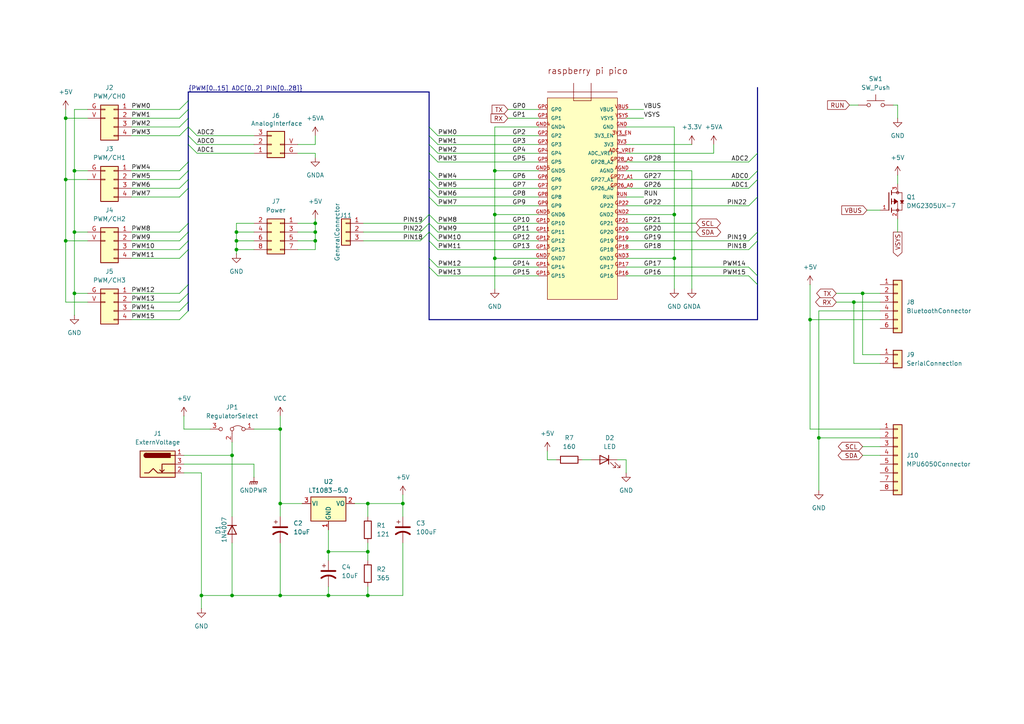
<source format=kicad_sch>
(kicad_sch (version 20231120) (generator "eeschema") (generator_version "8.0")
  (paper "A4")
  (title_block (date "mar. 31 mars 2015"))
  (lib_symbols
    (symbol "Connector:Barrel_Jack_Switch" (pin_names hide)
      (property "Reference" "J" (at 0 5.334 0))
      (property "Value" "Barrel_Jack_Switch" (at 0 -5.08 0))
      (symbol "Barrel_Jack_Switch_1_1"
        (pin passive line (at 7.62 2.54 180) (length 2.54) (name "~") (number "1"))
        (pin passive line (at 7.62 -2.54 180) (length 2.54) (name "~") (number "2"))
        (pin passive line (at 7.62 0 180) (length 2.54) (name "~") (number "3"))
      )
    )
    (symbol "Connector_Generic:Conn_01x02" (pin_names (offset 1.016) hide)
      (property "Reference" "J" (at 0 2.54 0))
      (property "Value" "Conn_01x02" (at 0 -5.08 0))
      (symbol "Conn_01x02_1_1"
        (pin passive line (at -5.08 0 0) (length 3.81) (name "Pin_1") (number "1"))
        (pin passive line (at -5.08 -2.54 0) (length 3.81) (name "Pin_2") (number "2"))
      )
    )
    (symbol "Connector_Generic:Conn_01x03" (pin_names (offset 1.016) hide)
      (property "Reference" "J" (at 0 5.08 0))
      (property "Value" "Conn_01x03" (at 0 -5.08 0))
      (symbol "Conn_01x03_1_1"
        (pin passive line (at -5.08 2.54 0) (length 3.81) (name "Pin_1") (number "1"))
        (pin passive line (at -5.08 0 0) (length 3.81) (name "Pin_2") (number "2"))
        (pin passive line (at -5.08 -2.54 0) (length 3.81) (name "Pin_3") (number "3"))
      )
    )
    (symbol "Connector_Generic:Conn_01x06" (pin_names (offset 1.016) hide)
      (property "Reference" "J" (at 0 7.62 0))
      (property "Value" "Conn_01x06" (at 0 -10.16 0))
      (symbol "Conn_01x06_1_1"
        (pin passive line (at -5.08 5.08 0) (length 3.81) (name "Pin_1") (number "1"))
        (pin passive line (at -5.08 2.54 0) (length 3.81) (name "Pin_2") (number "2"))
        (pin passive line (at -5.08 0 0) (length 3.81) (name "Pin_3") (number "3"))
        (pin passive line (at -5.08 -2.54 0) (length 3.81) (name "Pin_4") (number "4"))
        (pin passive line (at -5.08 -5.08 0) (length 3.81) (name "Pin_5") (number "5"))
        (pin passive line (at -5.08 -7.62 0) (length 3.81) (name "Pin_6") (number "6"))
      )
    )
    (symbol "Connector_Generic:Conn_01x08" (pin_names (offset 1.016) hide)
      (property "Reference" "J" (at 0 10.16 0))
      (property "Value" "Conn_01x08" (at 0 -12.7 0))
      (symbol "Conn_01x08_1_1"
        (pin passive line (at -5.08 7.62 0) (length 3.81) (name "Pin_1") (number "1"))
        (pin passive line (at -5.08 5.08 0) (length 3.81) (name "Pin_2") (number "2"))
        (pin passive line (at -5.08 2.54 0) (length 3.81) (name "Pin_3") (number "3"))
        (pin passive line (at -5.08 0 0) (length 3.81) (name "Pin_4") (number "4"))
        (pin passive line (at -5.08 -2.54 0) (length 3.81) (name "Pin_5") (number "5"))
        (pin passive line (at -5.08 -5.08 0) (length 3.81) (name "Pin_6") (number "6"))
        (pin passive line (at -5.08 -7.62 0) (length 3.81) (name "Pin_7") (number "7"))
        (pin passive line (at -5.08 -10.16 0) (length 3.81) (name "Pin_8") (number "8"))
      )
    )
    (symbol "Connector_Generic:Conn_02x04_Odd_Even" (pin_names (offset 1.016) hide)
      (property "Reference" "J" (at 1.27 5.08 0))
      (property "Value" "Conn_02x04_Odd_Even" (at 1.27 -7.62 0))
      (symbol "Conn_02x04_Odd_Even_1_1"
        (pin passive line (at -5.08 2.54 0) (length 3.81) (name "Pin_1") (number "1"))
        (pin passive line (at 7.62 2.54 180) (length 3.81) (name "Pin_2") (number "2"))
        (pin passive line (at -5.08 0 0) (length 3.81) (name "Pin_3") (number "3"))
        (pin passive line (at 7.62 0 180) (length 3.81) (name "Pin_4") (number "4"))
        (pin passive line (at -5.08 -2.54 0) (length 3.81) (name "Pin_5") (number "5"))
        (pin passive line (at 7.62 -2.54 180) (length 3.81) (name "Pin_6") (number "6"))
        (pin passive line (at -5.08 -5.08 0) (length 3.81) (name "Pin_7") (number "7"))
        (pin passive line (at 7.62 -5.08 180) (length 3.81) (name "Pin_8") (number "8"))
      )
    )
    (symbol "Connector_ServoController:Conn_ServoController_3Ch" (pin_names (offset 1.016) hide)
      (property "Reference" "J" (at 1.27 5.08 0))
      (property "Value" "Conn_ServoController_3Ch" (at 2.032 -5.08 0))
      (symbol "Conn_ServoController_3Ch_1_1"
        (pin passive line (at -5.08 2.54 0) (length 3.81) (name "Pin_1") (number "1"))
        (pin passive line (at -5.08 0 0) (length 3.81) (name "Pin_2") (number "2"))
        (pin passive line (at -5.08 -2.54 0) (length 3.81) (name "Pin_3") (number "3"))
        (pin power_out line (at 7.62 2.54 180) (length 3.81) (name "Pin_G") (number "G"))
        (pin power_in line (at 7.62 0 180) (length 3.81) (name "Pin_V") (number "V"))
      )
    )
    (symbol "Connector_ServoController:Conn_ServoController_4Ch" (pin_names (offset 1.016) hide)
      (property "Reference" "J" (at 1.27 5.08 0))
      (property "Value" "Conn_ServoController_4Ch" (at 1.778 -8.128 0))
      (symbol "Conn_ServoController_4Ch_1_1"
        (pin passive line (at -5.08 2.54 0) (length 3.81) (name "Pin_1") (number "1"))
        (pin passive line (at -5.08 0 0) (length 3.81) (name "Pin_2") (number "2"))
        (pin passive line (at -5.08 -2.54 0) (length 3.81) (name "Pin_3") (number "3"))
        (pin passive line (at -5.08 -5.08 0) (length 3.81) (name "Pin_4") (number "4"))
        (pin power_out line (at 7.62 2.54 180) (length 3.81) (name "Pin_G") (number "G"))
        (pin power_in line (at 7.62 0 180) (length 3.81) (name "Pin_V") (number "V"))
      )
    )
    (symbol "DMG2305UX-7:DMG2305UX-7" (pin_names (offset 1.016))
      (property "Reference" "Q" (at -8.89 3.81 0))
      (property "Value" "DMG2305UX-7" (at -8.89 -6.35 0))
      (symbol "DMG2305UX-7_0_0"
        (pin passive line (at -2.54 -2.54 0) (length 2.54) (name "~") (number "1"))
        (pin passive line (at 2.54 -5.08 90) (length 2.54) (name "~") (number "2"))
        (pin passive line (at 2.54 5.08 270) (length 2.54) (name "~") (number "3"))
      )
    )
    (symbol "Device:C_Polarized_US" (pin_numbers hide) (pin_names (offset 0.254) hide)
      (property "Reference" "C" (at 0.635 2.54 0))
      (property "Value" "C_Polarized_US" (at 0.635 -2.54 0))
      (symbol "C_Polarized_US_1_1"
        (pin passive line (at 0 3.81 270) (length 2.794) (name "~") (number "1"))
        (pin passive line (at 0 -3.81 90) (length 3.302) (name "~") (number "2"))
      )
    )
    (symbol "Device:D" (pin_numbers hide) (pin_names (offset 1.016) hide)
      (property "Reference" "D" (at 0 2.54 0))
      (property "Value" "D" (at 0 -2.54 0))
      (symbol "D_1_1"
        (pin passive line (at -3.81 0 0) (length 2.54) (name "K") (number "1"))
        (pin passive line (at 3.81 0 180) (length 2.54) (name "A") (number "2"))
      )
    )
    (symbol "Device:LED" (pin_numbers hide) (pin_names (offset 1.016) hide)
      (property "Reference" "D" (at 0 2.54 0))
      (property "Value" "LED" (at 0 -2.54 0))
      (symbol "LED_1_1"
        (pin passive line (at -3.81 0 0) (length 2.54) (name "K") (number "1"))
        (pin passive line (at 3.81 0 180) (length 2.54) (name "A") (number "2"))
      )
    )
    (symbol "Device:R" (pin_numbers hide) (pin_names (offset 0))
      (property "Reference" "R" (at 2.032 0 90))
      (property "Value" "R" (at 0 0 90))
      (symbol "R_1_1"
        (pin passive line (at 0 3.81 270) (length 1.27) (name "~") (number "1"))
        (pin passive line (at 0 -3.81 90) (length 1.27) (name "~") (number "2"))
      )
    )
    (symbol "Jumper:Jumper_3_Bridged12" (pin_names (offset 0) hide) (exclude_from_sim yes) (in_bom no)
      (property "Reference" "JP" (at -2.54 -2.54 0))
      (property "Value" "Jumper_3_Bridged12" (at 0 2.794 0))
      (symbol "Jumper_3_Bridged12_1_1"
        (pin passive line (at -6.35 0 0) (length 2.54) (name "A") (number "1"))
        (pin passive line (at 0 -3.81 90) (length 2.54) (name "C") (number "2"))
        (pin passive line (at 6.35 0 180) (length 2.54) (name "B") (number "3"))
      )
    )
    (symbol "RASPBERRY_PI_PICO:RASPBERRY_PI_PICO" (pin_names (offset 1.016))
      (property "Reference" "U" (at 0 0 0))
      (property "Value" "RASPBERRY_PI_PICO" (at 0 0 0))
      (symbol "RASPBERRY_PI_PICO_0_0"
        (text "raspberry pi pico" (at -7.62 30.48 0) (effects (font (size 1.778 1.778)) (justify left bottom)))
        (pin bidirectional line (at 15.24 10.16 180) (length 2.54) (name "3V3") (number "3V3"))
        (pin bidirectional line (at 15.24 12.7 180) (length 2.54) (name "3V3_EN") (number "3V3_EN"))
        (pin bidirectional line (at 15.24 7.62 180) (length 2.54) (name "ADC_VREF") (number "ADC_VREF"))
        (pin bidirectional line (at 15.24 2.54 180) (length 2.54) (name "AGND") (number "AGND"))
        (pin bidirectional line (at 15.24 15.24 180) (length 2.54) (name "GND") (number "GND"))
        (pin bidirectional line (at 15.24 -10.16 180) (length 2.54) (name "GND2") (number "GND2"))
        (pin bidirectional line (at 15.24 -22.86 180) (length 2.54) (name "GND3") (number "GND3"))
        (pin bidirectional line (at -10.16 15.24 0) (length 2.54) (name "GND4") (number "GND4"))
        (pin bidirectional line (at -10.16 2.54 0) (length 2.54) (name "GND5") (number "GND5"))
        (pin bidirectional line (at -10.16 -10.16 0) (length 2.54) (name "GND6") (number "GND6"))
        (pin bidirectional line (at -10.16 -22.86 0) (length 2.54) (name "GND7") (number "GND7"))
        (pin bidirectional line (at -10.16 20.32 0) (length 2.54) (name "GP0") (number "GP0"))
        (pin bidirectional line (at -10.16 17.78 0) (length 2.54) (name "GP1") (number "GP1"))
        (pin bidirectional line (at -10.16 -12.7 0) (length 2.54) (name "GP10") (number "GP10"))
        (pin bidirectional line (at -10.16 -15.24 0) (length 2.54) (name "GP11") (number "GP11"))
        (pin bidirectional line (at -10.16 -17.78 0) (length 2.54) (name "GP12") (number "GP12"))
        (pin bidirectional line (at -10.16 -20.32 0) (length 2.54) (name "GP13") (number "GP13"))
        (pin bidirectional line (at -10.16 -25.4 0) (length 2.54) (name "GP14") (number "GP14"))
        (pin bidirectional line (at -10.16 -27.94 0) (length 2.54) (name "GP15") (number "GP15"))
        (pin bidirectional line (at 15.24 -27.94 180) (length 2.54) (name "GP16") (number "GP16"))
        (pin bidirectional line (at 15.24 -25.4 180) (length 2.54) (name "GP17") (number "GP17"))
        (pin bidirectional line (at 15.24 -20.32 180) (length 2.54) (name "GP18") (number "GP18"))
        (pin bidirectional line (at 15.24 -17.78 180) (length 2.54) (name "GP19") (number "GP19"))
        (pin bidirectional line (at -10.16 12.7 0) (length 2.54) (name "GP2") (number "GP2"))
        (pin bidirectional line (at 15.24 -15.24 180) (length 2.54) (name "GP20") (number "GP20"))
        (pin bidirectional line (at 15.24 -12.7 180) (length 2.54) (name "GP21") (number "GP21"))
        (pin bidirectional line (at 15.24 -7.62 180) (length 2.54) (name "GP22") (number "GP22"))
        (pin bidirectional line (at 15.24 -2.54 180) (length 2.54) (name "GP26_A0") (number "GP26_A0"))
        (pin bidirectional line (at 15.24 0 180) (length 2.54) (name "GP27_A1") (number "GP27_A1"))
        (pin bidirectional line (at 15.24 5.08 180) (length 2.54) (name "GP28_A2") (number "GP28_A2"))
        (pin bidirectional line (at -10.16 10.16 0) (length 2.54) (name "GP3") (number "GP3"))
        (pin bidirectional line (at -10.16 7.62 0) (length 2.54) (name "GP4") (number "GP4"))
        (pin bidirectional line (at -10.16 5.08 0) (length 2.54) (name "GP5") (number "GP5"))
        (pin bidirectional line (at -10.16 0 0) (length 2.54) (name "GP6") (number "GP6"))
        (pin bidirectional line (at -10.16 -2.54 0) (length 2.54) (name "GP7") (number "GP7"))
        (pin bidirectional line (at -10.16 -5.08 0) (length 2.54) (name "GP8") (number "GP8"))
        (pin bidirectional line (at -10.16 -7.62 0) (length 2.54) (name "GP9") (number "GP9"))
        (pin bidirectional line (at 15.24 -5.08 180) (length 2.54) (name "RUN") (number "RUN"))
        (pin bidirectional line (at 15.24 20.32 180) (length 2.54) (name "VBUS") (number "VBUS"))
        (pin bidirectional line (at 15.24 17.78 180) (length 2.54) (name "VSYS") (number "VSYS"))
      )
    )
    (symbol "Regulator_Linear:LT1083-3.3" (pin_names (offset 0.254))
      (property "Reference" "U" (at -3.81 3.175 0))
      (property "Value" "LT1083-3.3" (at 0 3.175 0))
      (symbol "LT1083-3.3_1_1"
        (pin power_in line (at 0 -7.62 90) (length 2.54) (name "GND") (number "1"))
        (pin power_out line (at 7.62 0 180) (length 2.54) (name "VO") (number "2"))
        (pin power_in line (at -7.62 0 0) (length 2.54) (name "VI") (number "3"))
      )
    )
    (symbol "Switch:SW_Push" (pin_numbers hide) (pin_names (offset 1.016) hide)
      (property "Reference" "SW" (at 1.27 2.54 0))
      (property "Value" "SW_Push" (at 0 -1.524 0))
      (symbol "SW_Push_0_1"
        (pin passive line (at -5.08 0 0) (length 2.54) (name "1") (number "1"))
        (pin passive line (at 5.08 0 180) (length 2.54) (name "2") (number "2"))
      )
    )
    (symbol "power:+3.3V" (power) (pin_numbers hide) (pin_names (offset 0) hide)
      (property "Value" "+3.3V" (at 0 3.556 0))
      (symbol "+3.3V_1_1"
        (pin power_in line (at 0 0 90) (length 0) (name "~") (number "1"))
      )
    )
    (symbol "power:+5V" (power) (pin_numbers hide) (pin_names (offset 0) hide)
      (property "Value" "+5V" (at 0 3.556 0))
      (symbol "+5V_1_1"
        (pin power_in line (at 0 0 90) (length 0) (name "~") (number "1"))
      )
    )
    (symbol "power:+5VA" (power) (pin_numbers hide) (pin_names (offset 0) hide)
      (property "Value" "+5VA" (at 0 3.556 0))
      (symbol "+5VA_1_1"
        (pin power_in line (at 0 0 90) (length 0) (name "~") (number "1"))
      )
    )
    (symbol "power:GND" (power) (pin_numbers hide) (pin_names (offset 0) hide)
      (property "Value" "GND" (at 0 -3.81 0))
      (symbol "GND_1_1"
        (pin power_in line (at 0 0 270) (length 0) (name "~") (number "1"))
      )
    )
    (symbol "power:GNDA" (power) (pin_numbers hide) (pin_names (offset 0) hide)
      (property "Value" "GNDA" (at 0 -3.81 0))
      (symbol "GNDA_1_1"
        (pin power_in line (at 0 0 270) (length 0) (name "~") (number "1"))
      )
    )
    (symbol "power:GNDPWR" (power) (pin_numbers hide) (pin_names (offset 0) hide)
      (property "Value" "GNDPWR" (at 0 -3.302 0))
      (symbol "GNDPWR_1_1"
        (pin power_in line (at 0 0 270) (length 0) (name "~") (number "1"))
      )
    )
    (symbol "power:VCC" (power) (pin_numbers hide) (pin_names (offset 0) hide)
      (property "Value" "VCC" (at 0 3.556 0))
      (symbol "VCC_1_1"
        (pin power_in line (at 0 0 90) (length 0) (name "~") (number "1"))
      )
    )
  )
  (bus_alias "BusConnection" (members "SDA" "SCL"))
  (junction (at 106.68 172.72))
  (junction (at 116.84 146.05))
  (junction (at 237.49 127))
  (junction (at 21.59 67.31))
  (junction (at 19.05 69.85))
  (junction (at 143.51 74.93))
  (junction (at 68.58 67.31))
  (junction (at 81.28 146.05))
  (junction (at 21.59 85.09))
  (junction (at 68.58 72.39))
  (junction (at 81.28 172.72))
  (junction (at 58.42 172.72))
  (junction (at 143.51 49.53))
  (junction (at 19.05 34.29))
  (junction (at 95.25 172.72))
  (junction (at 67.31 172.72))
  (junction (at 247.65 87.63))
  (junction (at 195.58 74.93))
  (junction (at 81.28 124.46))
  (junction (at 67.31 132.08))
  (junction (at 19.05 52.07))
  (junction (at 195.58 62.23))
  (junction (at 143.51 62.23))
  (junction (at 106.68 160.02))
  (junction (at 250.19 85.09))
  (junction (at 106.68 146.05))
  (junction (at 91.44 69.85))
  (junction (at 91.44 64.77))
  (junction (at 68.58 69.85))
  (junction (at 91.44 67.31))
  (junction (at 21.59 49.53))
  (junction (at 234.95 92.71))
  (junction (at 95.25 160.02))
  (bus_entry (at 124.46 67.31) (size -2.54 2.54))
  (bus_entry (at 124.46 62.23) (size 2.54 2.54))
  (bus_entry (at 54.61 69.85) (size -2.54 2.54))
  (bus_entry (at 54.61 67.31) (size -2.54 2.54))
  (bus_entry (at 124.46 36.83) (size 2.54 2.54))
  (bus_entry (at 124.46 67.31) (size 2.54 2.54))
  (bus_entry (at 219.71 52.07) (size -2.54 2.54))
  (bus_entry (at 124.46 57.15) (size 2.54 2.54))
  (bus_entry (at 54.61 29.21) (size -2.54 2.54))
  (bus_entry (at 219.71 82.55) (size -2.54 -2.54))
  (bus_entry (at 54.61 36.83) (size -2.54 2.54))
  (bus_entry (at 124.46 39.37) (size 2.54 2.54))
  (bus_entry (at 219.71 67.31) (size -2.54 2.54))
  (bus_entry (at 124.46 52.07) (size 2.54 2.54))
  (bus_entry (at 219.71 49.53) (size -2.54 2.54))
  (bus_entry (at 219.71 69.85) (size -2.54 2.54))
  (bus_entry (at 219.71 57.15) (size -2.54 2.54))
  (bus_entry (at 124.46 44.45) (size 2.54 2.54))
  (bus_entry (at 124.46 74.93) (size 2.54 2.54))
  (bus_entry (at 124.46 62.23) (size -2.54 2.54))
  (bus_entry (at 124.46 64.77) (size 2.54 2.54))
  (bus_entry (at 54.61 39.37) (size 2.54 2.54))
  (bus_entry (at 54.61 34.29) (size -2.54 2.54))
  (bus_entry (at 54.61 52.07) (size -2.54 2.54))
  (bus_entry (at 124.46 69.85) (size 2.54 2.54))
  (bus_entry (at 54.61 46.99) (size -2.54 2.54))
  (bus_entry (at 124.46 64.77) (size -2.54 2.54))
  (bus_entry (at 54.61 54.61) (size -2.54 2.54))
  (bus_entry (at 54.61 41.91) (size 2.54 2.54))
  (bus_entry (at 124.46 77.47) (size 2.54 2.54))
  (bus_entry (at 219.71 44.45) (size -2.54 2.54))
  (bus_entry (at 54.61 87.63) (size -2.54 2.54))
  (bus_entry (at 54.61 31.75) (size -2.54 2.54))
  (bus_entry (at 54.61 64.77) (size -2.54 2.54))
  (bus_entry (at 219.71 80.01) (size -2.54 -2.54))
  (bus_entry (at 124.46 54.61) (size 2.54 2.54))
  (bus_entry (at 124.46 49.53) (size 2.54 2.54))
  (bus_entry (at 54.61 82.55) (size -2.54 2.54))
  (bus_entry (at 54.61 49.53) (size -2.54 2.54))
  (bus_entry (at 54.61 72.39) (size -2.54 2.54))
  (bus_entry (at 54.61 36.83) (size 2.54 2.54))
  (bus_entry (at 124.46 41.91) (size 2.54 2.54))
  (bus_entry (at 54.61 90.17) (size -2.54 2.54))
  (bus_entry (at 54.61 85.09) (size -2.54 2.54))
  (wire (pts (xy 38.1 90.17) (xy 52.07 90.17)))
  (wire (pts (xy 143.51 74.93) (xy 156.21 74.93)))
  (wire (pts (xy 158.75 133.35) (xy 158.75 130.81)))
  (wire (pts (xy 81.28 149.86) (xy 81.28 146.05)))
  (bus (pts (xy 54.61 87.63) (xy 54.61 90.17)))
  (wire (pts (xy 181.61 59.69) (xy 217.17 59.69)))
  (wire (pts (xy 143.51 49.53) (xy 143.51 62.23)))
  (wire (pts (xy 25.4 87.63) (xy 19.05 87.63)))
  (wire (pts (xy 181.61 64.77) (xy 201.93 64.77)))
  (wire (pts (xy 53.34 132.08) (xy 67.31 132.08)))
  (wire (pts (xy 181.61 69.85) (xy 217.17 69.85)))
  (wire (pts (xy 21.59 85.09) (xy 21.59 91.44)))
  (wire (pts (xy 73.66 124.46) (xy 81.28 124.46)))
  (wire (pts (xy 81.28 172.72) (xy 95.25 172.72)))
  (wire (pts (xy 57.15 39.37) (xy 73.66 39.37)))
  (wire (pts (xy 181.61 62.23) (xy 195.58 62.23)))
  (bus (pts (xy 54.61 31.75) (xy 54.61 34.29)))
  (wire (pts (xy 25.4 69.85) (xy 19.05 69.85)))
  (wire (pts (xy 21.59 31.75) (xy 21.59 49.53)))
  (wire (pts (xy 147.32 34.29) (xy 156.21 34.29)))
  (wire (pts (xy 106.68 160.02) (xy 106.68 162.56)))
  (wire (pts (xy 234.95 124.46) (xy 255.27 124.46)))
  (wire (pts (xy 242.57 87.63) (xy 247.65 87.63)))
  (bus (pts (xy 219.71 49.53) (xy 219.71 52.07)))
  (wire (pts (xy 58.42 137.16) (xy 58.42 172.72)))
  (wire (pts (xy 91.44 69.85) (xy 91.44 67.31)))
  (wire (pts (xy 247.65 105.41) (xy 247.65 87.63)))
  (bus (pts (xy 219.71 69.85) (xy 219.71 80.01)))
  (wire (pts (xy 91.44 44.45) (xy 91.44 45.72)))
  (bus (pts (xy 219.71 82.55) (xy 219.71 92.71)))
  (wire (pts (xy 255.27 90.17) (xy 237.49 90.17)))
  (wire (pts (xy 127 69.85) (xy 156.21 69.85)))
  (bus (pts (xy 54.61 72.39) (xy 54.61 82.55)))
  (wire (pts (xy 53.34 124.46) (xy 60.96 124.46)))
  (wire (pts (xy 81.28 124.46) (xy 81.28 146.05)))
  (wire (pts (xy 181.61 36.83) (xy 195.58 36.83)))
  (bus (pts (xy 124.46 52.07) (xy 124.46 54.61)))
  (wire (pts (xy 181.61 49.53) (xy 200.66 49.53)))
  (bus (pts (xy 54.61 85.09) (xy 54.61 87.63)))
  (wire (pts (xy 171.45 133.35) (xy 168.91 133.35)))
  (wire (pts (xy 73.66 134.62) (xy 73.66 138.43)))
  (wire (pts (xy 106.68 170.18) (xy 106.68 172.72)))
  (wire (pts (xy 200.66 49.53) (xy 200.66 83.82)))
  (bus (pts (xy 219.71 25.4) (xy 219.71 44.45)))
  (bus (pts (xy 54.61 82.55) (xy 54.61 85.09)))
  (wire (pts (xy 67.31 132.08) (xy 67.31 149.86)))
  (bus (pts (xy 124.46 62.23) (xy 124.46 64.77)))
  (wire (pts (xy 106.68 146.05) (xy 106.68 149.86)))
  (wire (pts (xy 247.65 87.63) (xy 255.27 87.63)))
  (bus (pts (xy 124.46 41.91) (xy 124.46 44.45)))
  (wire (pts (xy 181.61 41.91) (xy 200.66 41.91)))
  (wire (pts (xy 127 72.39) (xy 156.21 72.39)))
  (wire (pts (xy 181.61 67.31) (xy 201.93 67.31)))
  (wire (pts (xy 116.84 146.05) (xy 106.68 146.05)))
  (wire (pts (xy 86.36 69.85) (xy 91.44 69.85)))
  (wire (pts (xy 68.58 67.31) (xy 68.58 69.85)))
  (wire (pts (xy 91.44 41.91) (xy 91.44 39.37)))
  (wire (pts (xy 25.4 85.09) (xy 21.59 85.09)))
  (wire (pts (xy 259.08 30.48) (xy 260.35 30.48)))
  (wire (pts (xy 53.34 137.16) (xy 58.42 137.16)))
  (wire (pts (xy 195.58 62.23) (xy 195.58 74.93)))
  (wire (pts (xy 143.51 62.23) (xy 156.21 62.23)))
  (wire (pts (xy 53.34 124.46) (xy 53.34 120.65)))
  (wire (pts (xy 181.61 44.45) (xy 207.01 44.45)))
  (bus (pts (xy 124.46 69.85) (xy 124.46 74.93)))
  (wire (pts (xy 67.31 172.72) (xy 81.28 172.72)))
  (bus (pts (xy 124.46 74.93) (xy 124.46 77.47)))
  (wire (pts (xy 95.25 160.02) (xy 106.68 160.02)))
  (bus (pts (xy 219.71 80.01) (xy 219.71 82.55)))
  (bus (pts (xy 124.46 44.45) (xy 124.46 49.53)))
  (wire (pts (xy 181.61 52.07) (xy 217.17 52.07)))
  (wire (pts (xy 181.61 133.35) (xy 181.61 137.16)))
  (wire (pts (xy 38.1 49.53) (xy 52.07 49.53)))
  (wire (pts (xy 67.31 157.48) (xy 67.31 172.72)))
  (wire (pts (xy 255.27 92.71) (xy 234.95 92.71)))
  (wire (pts (xy 237.49 90.17) (xy 237.49 127)))
  (bus (pts (xy 124.46 92.71) (xy 219.71 92.71)))
  (wire (pts (xy 38.1 69.85) (xy 52.07 69.85)))
  (wire (pts (xy 181.61 74.93) (xy 195.58 74.93)))
  (wire (pts (xy 38.1 67.31) (xy 52.07 67.31)))
  (bus (pts (xy 54.61 46.99) (xy 54.61 49.53)))
  (bus (pts (xy 124.46 54.61) (xy 124.46 57.15)))
  (wire (pts (xy 181.61 34.29) (xy 186.69 34.29)))
  (wire (pts (xy 25.4 34.29) (xy 19.05 34.29)))
  (bus (pts (xy 54.61 29.21) (xy 54.61 31.75)))
  (wire (pts (xy 81.28 120.65) (xy 81.28 124.46)))
  (wire (pts (xy 19.05 34.29) (xy 19.05 31.75)))
  (wire (pts (xy 260.35 30.48) (xy 260.35 34.29)))
  (wire (pts (xy 242.57 85.09) (xy 250.19 85.09)))
  (wire (pts (xy 195.58 36.83) (xy 195.58 62.23)))
  (wire (pts (xy 246.38 30.48) (xy 248.92 30.48)))
  (wire (pts (xy 237.49 127) (xy 255.27 127)))
  (wire (pts (xy 116.84 143.51) (xy 116.84 146.05)))
  (wire (pts (xy 143.51 36.83) (xy 156.21 36.83)))
  (wire (pts (xy 260.35 50.8) (xy 260.35 53.34)))
  (wire (pts (xy 38.1 52.07) (xy 52.07 52.07)))
  (bus (pts (xy 124.46 67.31) (xy 124.46 69.85)))
  (wire (pts (xy 127 57.15) (xy 156.21 57.15)))
  (wire (pts (xy 73.66 67.31) (xy 68.58 67.31)))
  (wire (pts (xy 105.41 64.77) (xy 121.92 64.77)))
  (wire (pts (xy 91.44 67.31) (xy 91.44 64.77)))
  (wire (pts (xy 38.1 31.75) (xy 52.07 31.75)))
  (wire (pts (xy 181.61 57.15) (xy 186.69 57.15)))
  (wire (pts (xy 143.51 74.93) (xy 143.51 83.82)))
  (wire (pts (xy 58.42 172.72) (xy 67.31 172.72)))
  (wire (pts (xy 181.61 46.99) (xy 217.17 46.99)))
  (wire (pts (xy 250.19 85.09) (xy 255.27 85.09)))
  (wire (pts (xy 38.1 85.09) (xy 52.07 85.09)))
  (bus (pts (xy 54.61 49.53) (xy 54.61 52.07)))
  (wire (pts (xy 181.61 80.01) (xy 217.17 80.01)))
  (wire (pts (xy 38.1 87.63) (xy 52.07 87.63)))
  (wire (pts (xy 58.42 172.72) (xy 58.42 176.53)))
  (wire (pts (xy 91.44 72.39) (xy 91.44 69.85)))
  (wire (pts (xy 127 39.37) (xy 156.21 39.37)))
  (wire (pts (xy 181.61 54.61) (xy 217.17 54.61)))
  (wire (pts (xy 67.31 128.27) (xy 67.31 132.08)))
  (bus (pts (xy 124.46 57.15) (xy 124.46 62.23)))
  (wire (pts (xy 38.1 39.37) (xy 52.07 39.37)))
  (wire (pts (xy 207.01 44.45) (xy 207.01 41.91)))
  (wire (pts (xy 95.25 153.67) (xy 95.25 160.02)))
  (wire (pts (xy 179.07 133.35) (xy 181.61 133.35)))
  (wire (pts (xy 116.84 157.48) (xy 116.84 172.72)))
  (wire (pts (xy 143.51 36.83) (xy 143.51 49.53)))
  (wire (pts (xy 143.51 49.53) (xy 156.21 49.53)))
  (wire (pts (xy 127 77.47) (xy 156.21 77.47)))
  (bus (pts (xy 54.61 67.31) (xy 54.61 69.85)))
  (wire (pts (xy 127 41.91) (xy 156.21 41.91)))
  (wire (pts (xy 25.4 49.53) (xy 21.59 49.53)))
  (wire (pts (xy 73.66 64.77) (xy 68.58 64.77)))
  (bus (pts (xy 124.46 36.83) (xy 124.46 39.37)))
  (wire (pts (xy 237.49 127) (xy 237.49 142.24)))
  (bus (pts (xy 54.61 36.83) (xy 54.61 39.37)))
  (wire (pts (xy 57.15 41.91) (xy 73.66 41.91)))
  (bus (pts (xy 54.61 54.61) (xy 54.61 64.77)))
  (wire (pts (xy 234.95 82.55) (xy 234.95 92.71)))
  (wire (pts (xy 147.32 31.75) (xy 156.21 31.75)))
  (wire (pts (xy 161.29 133.35) (xy 158.75 133.35)))
  (bus (pts (xy 124.46 26.67) (xy 124.46 36.83)))
  (wire (pts (xy 127 52.07) (xy 156.21 52.07)))
  (wire (pts (xy 19.05 69.85) (xy 19.05 52.07)))
  (wire (pts (xy 102.87 146.05) (xy 106.68 146.05)))
  (bus (pts (xy 54.61 26.67) (xy 54.61 29.21)))
  (wire (pts (xy 116.84 172.72) (xy 106.68 172.72)))
  (bus (pts (xy 54.61 52.07) (xy 54.61 54.61)))
  (wire (pts (xy 181.61 77.47) (xy 217.17 77.47)))
  (wire (pts (xy 38.1 34.29) (xy 52.07 34.29)))
  (wire (pts (xy 57.15 44.45) (xy 73.66 44.45)))
  (wire (pts (xy 73.66 72.39) (xy 68.58 72.39)))
  (wire (pts (xy 105.41 69.85) (xy 121.92 69.85)))
  (wire (pts (xy 21.59 49.53) (xy 21.59 67.31)))
  (wire (pts (xy 116.84 149.86) (xy 116.84 146.05)))
  (wire (pts (xy 68.58 64.77) (xy 68.58 67.31)))
  (wire (pts (xy 105.41 67.31) (xy 121.92 67.31)))
  (wire (pts (xy 86.36 44.45) (xy 91.44 44.45)))
  (wire (pts (xy 73.66 69.85) (xy 68.58 69.85)))
  (wire (pts (xy 38.1 92.71) (xy 52.07 92.71)))
  (bus (pts (xy 219.71 67.31) (xy 219.71 69.85)))
  (bus (pts (xy 124.46 49.53) (xy 124.46 52.07)))
  (wire (pts (xy 251.46 60.96) (xy 255.27 60.96)))
  (bus (pts (xy 54.61 26.67) (xy 124.46 26.67)))
  (wire (pts (xy 234.95 92.71) (xy 234.95 124.46)))
  (bus (pts (xy 219.71 57.15) (xy 219.71 67.31)))
  (bus (pts (xy 219.71 44.45) (xy 219.71 49.53)))
  (wire (pts (xy 95.25 170.18) (xy 95.25 172.72)))
  (wire (pts (xy 68.58 72.39) (xy 68.58 73.66)))
  (wire (pts (xy 127 59.69) (xy 156.21 59.69)))
  (bus (pts (xy 54.61 69.85) (xy 54.61 72.39)))
  (wire (pts (xy 127 54.61) (xy 156.21 54.61)))
  (wire (pts (xy 143.51 62.23) (xy 143.51 74.93)))
  (wire (pts (xy 86.36 67.31) (xy 91.44 67.31)))
  (wire (pts (xy 25.4 31.75) (xy 21.59 31.75)))
  (wire (pts (xy 91.44 64.77) (xy 91.44 63.5)))
  (wire (pts (xy 127 46.99) (xy 156.21 46.99)))
  (wire (pts (xy 19.05 52.07) (xy 19.05 34.29)))
  (bus (pts (xy 54.61 39.37) (xy 54.61 41.91)))
  (wire (pts (xy 106.68 157.48) (xy 106.68 160.02)))
  (wire (pts (xy 25.4 52.07) (xy 19.05 52.07)))
  (bus (pts (xy 54.61 64.77) (xy 54.61 67.31)))
  (wire (pts (xy 255.27 105.41) (xy 247.65 105.41)))
  (wire (pts (xy 86.36 64.77) (xy 91.44 64.77)))
  (bus (pts (xy 219.71 52.07) (xy 219.71 57.15)))
  (wire (pts (xy 86.36 41.91) (xy 91.44 41.91)))
  (bus (pts (xy 54.61 34.29) (xy 54.61 36.83)))
  (wire (pts (xy 25.4 67.31) (xy 21.59 67.31)))
  (wire (pts (xy 81.28 146.05) (xy 87.63 146.05)))
  (wire (pts (xy 250.19 129.54) (xy 255.27 129.54)))
  (wire (pts (xy 53.34 134.62) (xy 73.66 134.62)))
  (wire (pts (xy 250.19 102.87) (xy 250.19 85.09)))
  (bus (pts (xy 124.46 64.77) (xy 124.46 67.31)))
  (wire (pts (xy 68.58 69.85) (xy 68.58 72.39)))
  (wire (pts (xy 38.1 36.83) (xy 52.07 36.83)))
  (bus (pts (xy 54.61 41.91) (xy 54.61 46.99)))
  (wire (pts (xy 127 80.01) (xy 156.21 80.01)))
  (wire (pts (xy 181.61 72.39) (xy 217.17 72.39)))
  (wire (pts (xy 127 67.31) (xy 156.21 67.31)))
  (wire (pts (xy 95.25 160.02) (xy 95.25 162.56)))
  (wire (pts (xy 81.28 157.48) (xy 81.28 172.72)))
  (wire (pts (xy 195.58 74.93) (xy 195.58 83.82)))
  (wire (pts (xy 38.1 74.93) (xy 52.07 74.93)))
  (wire (pts (xy 21.59 67.31) (xy 21.59 85.09)))
  (wire (pts (xy 86.36 72.39) (xy 91.44 72.39)))
  (wire (pts (xy 255.27 102.87) (xy 250.19 102.87)))
  (wire (pts (xy 181.61 31.75) (xy 186.69 31.75)))
  (wire (pts (xy 38.1 54.61) (xy 52.07 54.61)))
  (wire (pts (xy 250.19 132.08) (xy 255.27 132.08)))
  (bus (pts (xy 124.46 39.37) (xy 124.46 41.91)))
  (wire (pts (xy 38.1 72.39) (xy 52.07 72.39)))
  (wire (pts (xy 127 44.45) (xy 156.21 44.45)))
  (wire (pts (xy 260.35 63.5) (xy 260.35 67.31)))
  (wire (pts (xy 38.1 57.15) (xy 52.07 57.15)))
  (wire (pts (xy 127 64.77) (xy 156.21 64.77)))
  (wire (pts (xy 19.05 87.63) (xy 19.05 69.85)))
  (bus (pts (xy 124.46 77.47) (xy 124.46 92.71)))
  (wire (pts (xy 95.25 172.72) (xy 106.68 172.72)))
  (label "PWM3" (at 38.1 39.37 0))
  (label "PWM10" (at 38.1 72.39 0))
  (label "ADC0" (at 212.09 52.07 0))
  (label "PWM10" (at 127 69.85 0))
  (label "PWM3" (at 127 46.99 0))
  (label "GP28" (at 186.69 46.99 0))
  (label "PWM12" (at 38.1 85.09 0))
  (label "{PWM[0..15] ADC[0..2] PIN[0..28]}" (at 54.61 26.67 0))
  (label "GP8" (at 148.59 57.15 0))
  (label "GP5" (at 148.59 46.99 0))
  (label "PWM15" (at 209.55 80.01 0))
  (label "GP12" (at 148.59 69.85 0))
  (label "ADC0" (at 57.15 41.91 0))
  (label "PWM4" (at 38.1 49.53 0))
  (label "GP26" (at 186.69 54.61 0))
  (label "GP22" (at 186.69 59.69 0))
  (label "PWM1" (at 38.1 34.29 0))
  (label "GP11" (at 148.59 67.31 0))
  (label "PWM13" (at 38.1 87.63 0))
  (label "GP7" (at 148.59 54.61 0))
  (label "ADC1" (at 212.09 54.61 0))
  (label "VBUS" (at 186.69 31.75 0))
  (label "PWM0" (at 38.1 31.75 0))
  (label "PWM15" (at 38.1 92.71 0))
  (label "PWM12" (at 127 77.47 0))
  (label "GP1" (at 148.59 34.29 0))
  (label "GP10" (at 148.59 64.77 0))
  (label "PIN22" (at 116.84 67.31 0))
  (label "PWM5" (at 38.1 52.07 0))
  (label "GP9" (at 148.59 59.69 0))
  (label "PWM0" (at 127 39.37 0))
  (label "PWM2" (at 38.1 36.83 0))
  (label "PWM7" (at 127 59.69 0))
  (label "GP19" (at 186.69 69.85 0))
  (label "PWM8" (at 38.1 67.31 0))
  (label "PWM8" (at 127 64.77 0))
  (label "VSYS" (at 186.69 34.29 0))
  (label "PWM4" (at 127 52.07 0))
  (label "RUN" (at 186.69 57.15 0))
  (label "GP16" (at 186.69 80.01 0))
  (label "PWM5" (at 127 54.61 0))
  (label "PWM11" (at 127 72.39 0))
  (label "GP27" (at 186.69 52.07 0))
  (label "ADC2" (at 212.09 46.99 0))
  (label "PWM7" (at 38.1 57.15 0))
  (label "PWM14" (at 38.1 90.17 0))
  (label "PWM9" (at 127 67.31 0))
  (label "GP4" (at 148.59 44.45 0))
  (label "PWM11" (at 38.1 74.93 0))
  (label "PIN18" (at 116.84 69.85 0))
  (label "GP17" (at 186.69 77.47 0))
  (label "PWM6" (at 38.1 54.61 0))
  (label "GP0" (at 148.59 31.75 0))
  (label "GP3" (at 148.59 41.91 0))
  (label "GP13" (at 148.59 72.39 0))
  (label "PWM13" (at 127 80.01 0))
  (label "GP21" (at 186.69 64.77 0))
  (label "GP20" (at 186.69 67.31 0))
  (label "PIN19" (at 210.82 69.85 0))
  (label "PWM2" (at 127 44.45 0))
  (label "PWM14" (at 209.55 77.47 0))
  (label "PWM6" (at 127 57.15 0))
  (label "ADC1" (at 57.15 44.45 0))
  (label "GP18" (at 186.69 72.39 0))
  (label "PIN22" (at 210.82 59.69 0))
  (label "GP6" (at 148.59 52.07 0))
  (label "PWM9" (at 38.1 69.85 0))
  (label "PIN18" (at 210.82 72.39 0))
  (label "PWM1" (at 127 41.91 0))
  (label "GP15" (at 148.59 80.01 0))
  (label "ADC2" (at 57.15 39.37 0))
  (label "PIN19" (at 116.84 64.77 0))
  (label "GP2" (at 148.59 39.37 0))
  (label "GP14" (at 148.59 77.47 0))
  (global_label "SDA" (shape bidirectional) (at 201.93 67.31 0) (property "Intersheetrefs" "${INTERSHEET_REFS}" (effects (hide yes))))
  (global_label "TX" (shape bidirectional) (at 242.57 85.09 180) (property "Intersheetrefs" "${INTERSHEET_REFS}" (effects (hide yes))))
  (global_label "SCL" (shape bidirectional) (at 201.93 64.77 0) (property "Intersheetrefs" "${INTERSHEET_REFS}" (effects (hide yes))))
  (global_label "SDA" (shape bidirectional) (at 250.19 132.08 180) (property "Intersheetrefs" "${INTERSHEET_REFS}" (effects (hide yes))))
  (global_label "RX" (shape bidirectional) (at 242.57 87.63 180) (property "Intersheetrefs" "${INTERSHEET_REFS}" (effects (hide yes))))
  (global_label "TX" (shape input) (at 147.32 31.75 180) (property "Intersheetrefs" "${INTERSHEET_REFS}" (effects (hide yes))))
  (global_label "SCL" (shape bidirectional) (at 250.19 129.54 180) (property "Intersheetrefs" "${INTERSHEET_REFS}" (effects (hide yes))))
  (global_label "VBUS" (shape input) (at 251.46 60.96 180) (property "Intersheetrefs" "${INTERSHEET_REFS}" (effects (hide yes))))
  (global_label "VSYS" (shape output) (at 260.35 67.31 270) (property "Intersheetrefs" "${INTERSHEET_REFS}" (effects (hide yes))))
  (global_label "RUN" (shape input) (at 246.38 30.48 180) (property "Intersheetrefs" "${INTERSHEET_REFS}" (effects (hide yes))))
  (global_label "RX" (shape input) (at 147.32 34.29 180) (property "Intersheetrefs" "${INTERSHEET_REFS}" (effects (hide yes))))
  (symbol (lib_id "Connector_Generic:Conn_01x02") (at 260.35 102.87 0) (unit 1)
    (property "Reference" "J9" (at 262.89 102.8699 0) (effects (justify left)))
    (property "Value" "SerialConnection" (at 262.89 105.4099 0) (effects (justify left)))
    (property "Footprint" "Connector_PinSocket_2.54mm:PinSocket_1x02_P2.54mm_Vertical" (effects (hide yes)))
    (property "Description" "Generic connector, single row, 01x02, script generated (kicad-library-utils/schlib/autogen/connector/)" (effects (hide yes)))
  )
  (symbol (lib_id "power:+5V") (at 53.34 120.65 0) (unit 1)
    (property "Reference" "#PWR09" (effects (hide yes)))
    (property "Value" "+5V" (at 53.34 115.57 0))
    (property "Description" "Power symbol creates a global label with name \"+5V\"" (effects (hide yes)))
  )
  (symbol (lib_id "power:+5V") (at 234.95 82.55 0) (unit 1)
    (property "Reference" "#PWR013" (effects (hide yes)))
    (property "Value" "+5V" (at 234.95 77.47 0))
    (property "Description" "Power symbol creates a global label with name \"+5V\"" (effects (hide yes)))
  )
  (symbol (lib_id "power:GND") (at 260.35 34.29 0) (unit 1)
    (property "Reference" "#PWR018" (effects (hide yes)))
    (property "Value" "GND" (at 260.35 39.37 0))
    (property "Description" "Power symbol creates a global label with name \"GND\" , ground" (effects (hide yes)))
  )
  (symbol (lib_id "Connector_ServoController:Conn_ServoController_4Ch") (at 33.02 52.07 0) (mirror y) (unit 1)
    (property "Reference" "J3" (at 31.75 43.18 0))
    (property "Value" "PWM/CH1" (at 31.75 45.72 0))
    (property "Footprint" "Connector_ServoController:PinHeader_3x04_P2.54mm" (effects (hide yes)))
    (property "Description" "Connector for Servo controller, triple row, 4 channels" (effects (hide yes)))
  )
  (symbol (lib_id "Connector_Generic:Conn_01x03") (at 100.33 67.31 0) (mirror y) (unit 1)
    (property "Reference" "J11" (at 102.108 62.484 0) (effects (justify left)))
    (property "Value" "GeneralConnector" (at 97.79 67.31 90))
    (property "Footprint" "Connector_PinSocket_2.54mm:PinSocket_1x03_P2.54mm_Vertical" (effects (hide yes)))
    (property "Description" "Generic connector, single row, 01x03, script generated (kicad-library-utils/schlib/autogen/connector/)" (effects (hide yes)))
  )
  (symbol (lib_id "Connector_Generic:Conn_01x06") (at 260.35 87.63 0) (unit 1)
    (property "Reference" "J8" (at 262.89 87.6299 0) (effects (justify left)))
    (property "Value" "BluetoothConnector" (at 262.89 90.1699 0) (effects (justify left)))
    (property "Footprint" "Connector_PinSocket_2.54mm:PinSocket_1x06_P2.54mm_Vertical" (effects (hide yes)))
    (property "Description" "Generic connector, single row, 01x06, script generated (kicad-library-utils/schlib/autogen/connector/)" (effects (hide yes)))
  )
  (symbol (lib_id "power:GND") (at 195.58 83.82 0) (unit 1)
    (property "Reference" "#PWR08" (effects (hide yes)))
    (property "Value" "GND" (at 195.58 88.9 0))
    (property "Description" "Power symbol creates a global label with name \"GND\" , ground" (effects (hide yes)))
  )
  (symbol (lib_id "power:+5V") (at 116.84 143.51 0) (unit 1)
    (property "Reference" "#PWR015" (effects (hide yes)))
    (property "Value" "+5V" (at 116.84 138.43 0))
    (property "Description" "Power symbol creates a global label with name \"+5V\"" (effects (hide yes)))
  )
  (symbol (lib_id "power:GND") (at 143.51 83.82 0) (unit 1)
    (property "Reference" "#PWR017" (effects (hide yes)))
    (property "Value" "GND" (at 143.51 88.9 0))
    (property "Description" "Power symbol creates a global label with name \"GND\" , ground" (effects (hide yes)))
  )
  (symbol (lib_id "Device:R") (at 165.1 133.35 270) (mirror x) (unit 1)
    (property "Reference" "R7" (at 165.1 127 90))
    (property "Value" "160" (at 165.1 129.54 90))
    (property "Footprint" "Resistor_THT:R_Axial_DIN0204_L3.6mm_D1.6mm_P5.08mm_Horizontal" (effects (hide yes)))
    (property "Description" "Resistor" (effects (hide yes)))
  )
  (symbol (lib_id "RASPBERRY_PI_PICO:RASPBERRY_PI_PICO") (at 166.37 52.07 0) (unit 1)
    (property "Reference" "U1" (effects (hide yes)))
    (property "Value" "RP2040" (effects (hide yes)))
    (property "Footprint" "RP2040_Module:RP2040_Module_THL" (effects (hide yes)))
    (property "MF" "Raspberry Pi" (effects (hide yes)))
    (property "Description_1" "\nRaspberry Pi Board, Arm Cortex-M0+; Core Architecture:Arm; Core Sub-Architecture:Cortex-M0+; Kit Contents:Raspberry Pi Pico Board; No. Of Bits:32Bit; Silicon Core Number:Rp2040; Silicon Manufacturer:Raspberry Pi |Raspberry-Pi RASPBERRY PI PICO\n" (effects (hide yes)))
    (property "Package" "None" (effects (hide yes)))
    (property "Price" "None" (effects (hide yes)))
    (property "SnapEDA_Link" "https://www.snapeda.com/parts/RASPBERRY%20PI%20PICO/Raspberry+Pi/view-part/?ref=snap" (effects (hide yes)))
    (property "MP" "RASPBERRY PI PICO" (effects (hide yes)))
    (property "Availability" "In Stock" (effects (hide yes)))
    (property "Check_prices" "https://www.snapeda.com/parts/RASPBERRY%20PI%20PICO/Raspberry+Pi/view-part/?ref=eda" (effects (hide yes)))
  )
  (symbol (lib_id "power:+5V") (at 91.44 63.5 0) (mirror y) (unit 1)
    (property "Reference" "#PWR012" (effects (hide yes)))
    (property "Value" "+5V" (at 91.44 58.42 0))
    (property "Description" "Power symbol creates a global label with name \"+5V\"" (effects (hide yes)))
  )
  (symbol (lib_id "power:+5V") (at 260.35 50.8 0) (unit 1)
    (property "Reference" "#PWR019" (effects (hide yes)))
    (property "Value" "+5V" (at 260.35 45.72 0))
    (property "Description" "Power symbol creates a global label with name \"+5V\"" (effects (hide yes)))
  )
  (symbol (lib_id "Device:C_Polarized_US") (at 116.84 153.67 0) (unit 1)
    (property "Reference" "C3" (at 120.65 151.7649 0) (effects (justify left)))
    (property "Value" "100uF" (at 120.65 154.3049 0) (effects (justify left)))
    (property "Footprint" "Capacitor_THT:CP_Radial_D4.0mm_P2.00mm" (effects (hide yes)))
    (property "Description" "Polarized capacitor, US symbol" (effects (hide yes)))
  )
  (symbol (lib_id "Connector_ServoController:Conn_ServoController_4Ch") (at 33.02 69.85 0) (mirror y) (unit 1)
    (property "Reference" "J4" (at 31.75 60.96 0))
    (property "Value" "PWM/CH2" (at 31.75 63.5 0))
    (property "Footprint" "Connector_ServoController:PinHeader_3x04_P2.54mm" (effects (hide yes)))
    (property "Description" "Connector for Servo controller, triple row, 4 channels" (effects (hide yes)))
  )
  (symbol (lib_id "Connector_ServoController:Conn_ServoController_4Ch") (at 33.02 87.63 0) (mirror y) (unit 1)
    (property "Reference" "J5" (at 31.75 78.74 0))
    (property "Value" "PWM/CH3" (at 31.75 81.28 0))
    (property "Footprint" "Connector_ServoController:PinHeader_3x04_P2.54mm" (effects (hide yes)))
    (property "Description" "Connector for Servo controller, triple row, 4 channels" (effects (hide yes)))
  )
  (symbol (lib_id "DMG2305UX-7:DMG2305UX-7") (at 257.81 58.42 0) (unit 1)
    (property "Reference" "Q1" (at 262.89 57.1499 0) (effects (justify left)))
    (property "Value" "DMG2305UX-7" (at 262.89 59.6899 0) (effects (justify left)))
    (property "Footprint" "DMG2305UX-7:SOT91P240X110-3N_DMG2305UX-7" (effects (hide yes)))
    (property "MF" "Diodes Inc." (effects (hide yes)))
    (property "MAXIMUM_PACKAGE_HEIGHT" "1.1mm" (effects (hide yes)))
    (property "Package" "SOT-23 Diodes Inc." (effects (hide yes)))
    (property "Price" "None" (effects (hide yes)))
    (property "Check_prices" "https://www.snapeda.com/parts/DMG2305UX-7/Diodes+Inc./view-part/?ref=eda" (effects (hide yes)))
    (property "STANDARD" "IPC-7351B" (effects (hide yes)))
    (property "PARTREV" "09/2018" (effects (hide yes)))
    (property "SnapEDA_Link" "https://www.snapeda.com/parts/DMG2305UX-7/Diodes+Inc./view-part/?ref=snap" (effects (hide yes)))
    (property "MP" "DMG2305UX-7" (effects (hide yes)))
    (property "Purchase-URL" "https://www.snapeda.com/api/url_track_click_mouser/?unipart_id=48584&manufacturer=Diodes Inc.&part_name=DMG2305UX-7&search_term=None" (effects (hide yes)))
    (property "Description_1" "\nMOSFET P-Ch 20V 5A Enhancement SOT23 | Diodes Inc DMG2305UX-7\n" (effects (hide yes)))
    (property "Availability" "In Stock" (effects (hide yes)))
    (property "MANUFACTURER" "Diodes Inc." (effects (hide yes)))
  )
  (symbol (lib_id "power:+5V") (at 19.05 31.75 0) (mirror y) (unit 1)
    (property "Reference" "#PWR02" (effects (hide yes)))
    (property "Value" "+5V" (at 19.05 26.67 0))
    (property "Description" "Power symbol creates a global label with name \"+5V\"" (effects (hide yes)))
  )
  (symbol (lib_id "Device:C_Polarized_US") (at 81.28 153.67 0) (unit 1)
    (property "Reference" "C2" (at 85.09 151.7649 0) (effects (justify left)))
    (property "Value" "10uF" (at 85.09 154.3049 0) (effects (justify left)))
    (property "Footprint" "Capacitor_THT:CP_Radial_D4.0mm_P2.00mm" (effects (hide yes)))
    (property "Description" "Polarized capacitor, US symbol" (effects (hide yes)))
  )
  (symbol (lib_id "Device:LED") (at 175.26 133.35 0) (mirror y) (unit 1)
    (property "Reference" "D2" (at 176.8475 127 0))
    (property "Value" "LED" (at 176.8475 129.54 0))
    (property "Footprint" "LED_THT:LED_D3.0mm" (effects (hide yes)))
    (property "Description" "Light emitting diode" (effects (hide yes)))
  )
  (symbol (lib_id "power:GND") (at 68.58 73.66 0) (mirror y) (unit 1)
    (property "Reference" "#PWR016" (effects (hide yes)))
    (property "Value" "GND" (at 68.58 78.74 0))
    (property "Description" "Power symbol creates a global label with name \"GND\" , ground" (effects (hide yes)))
  )
  (symbol (lib_id "Device:R") (at 106.68 153.67 0) (unit 1)
    (property "Reference" "R1" (at 109.22 152.3999 0) (effects (justify left)))
    (property "Value" "121" (at 109.22 154.9399 0) (effects (justify left)))
    (property "Footprint" "Resistor_THT:R_Axial_DIN0204_L3.6mm_D1.6mm_P5.08mm_Horizontal" (effects (hide yes)))
    (property "Description" "Resistor" (effects (hide yes)))
  )
  (symbol (lib_id "Device:D") (at 67.31 153.67 270) (unit 1)
    (property "Reference" "D1" (at 63.246 153.67 0))
    (property "Value" "1N4007" (at 65.024 153.67 0))
    (property "Footprint" "Diode_THT:D_A-405_P7.62mm_Horizontal" (effects (hide yes)))
    (property "Description" "Diode" (effects (hide yes)))
    (property "Sim.Device" "D" (effects (hide yes)))
    (property "Sim.Pins" "1=K 2=A" (effects (hide yes)))
  )
  (symbol (lib_id "power:+5V") (at 158.75 130.81 0) (mirror y) (unit 1)
    (property "Reference" "#PWR024" (effects (hide yes)))
    (property "Value" "+5V" (at 158.75 125.73 0))
    (property "Description" "Power symbol creates a global label with name \"+5V\"" (effects (hide yes)))
  )
  (symbol (lib_id "Jumper:Jumper_3_Bridged12") (at 67.31 124.46 0) (mirror y) (unit 1) (exclude_from_sim yes) (in_bom no)
    (property "Reference" "JP1" (at 67.31 118.11 0))
    (property "Value" "RegulatorSelect" (at 67.31 120.65 0))
    (property "Footprint" "Connector_PinHeader_2.54mm:PinHeader_1x03_P2.54mm_Vertical" (effects (hide yes)))
    (property "Description" "Jumper, 3-pole, pins 1+2 closed/bridged" (effects (hide yes)))
  )
  (symbol (lib_id "Connector_Generic:Conn_02x04_Odd_Even") (at 81.28 67.31 0) (mirror y) (unit 1)
    (property "Reference" "J7" (at 80.01 58.42 0))
    (property "Value" "Power" (at 80.01 60.96 0))
    (property "Footprint" "Connector_PinHeader_2.54mm:PinHeader_2x04_P2.54mm_Vertical" (effects (hide yes)))
    (property "Description" "Generic connector, double row, 02x04, odd/even pin numbering scheme (row 1 odd numbers, row 2 even numbers), script generated (kicad-library-utils/schlib/autogen/connector/)" (effects (hide yes)))
  )
  (symbol (lib_id "Connector_ServoController:Conn_ServoController_3Ch") (at 78.74 41.91 0) (mirror x) (unit 1)
    (property "Reference" "J6" (at 80.01 33.528 0))
    (property "Value" "AnalogInterface" (at 80.264 35.814 0))
    (property "Footprint" "Connector_ServoController:PinHeader_3x03_P2.54mm" (effects (hide yes)))
    (property "Description" "Connector for Servo controller, triple row, 3 channels" (effects (hide yes)))
  )
  (symbol (lib_id "power:GND") (at 181.61 137.16 0) (mirror y) (unit 1)
    (property "Reference" "#PWR023" (effects (hide yes)))
    (property "Value" "GND" (at 181.61 142.24 0))
    (property "Description" "Power symbol creates a global label with name \"GND\" , ground" (effects (hide yes)))
  )
  (symbol (lib_id "power:GNDA") (at 200.66 83.82 0) (unit 1)
    (property "Reference" "#PWR06" (effects (hide yes)))
    (property "Value" "GNDA" (at 200.66 88.9 0))
    (property "Description" "Power symbol creates a global label with name \"GNDA\" , analog ground" (effects (hide yes)))
  )
  (symbol (lib_id "power:+5VA") (at 207.01 41.91 0) (unit 1)
    (property "Reference" "#PWR05" (effects (hide yes)))
    (property "Value" "+5VA" (at 207.01 36.83 0))
    (property "Description" "Power symbol creates a global label with name \"+5VA\"" (effects (hide yes)))
  )
  (symbol (lib_id "power:+5VA") (at 91.44 39.37 0) (mirror y) (unit 1)
    (property "Reference" "#PWR03" (effects (hide yes)))
    (property "Value" "+5VA" (at 91.44 34.29 0))
    (property "Description" "Power symbol creates a global label with name \"+5VA\"" (effects (hide yes)))
  )
  (symbol (lib_id "Connector:Barrel_Jack_Switch") (at 45.72 134.62 0) (unit 1)
    (property "Reference" "J1" (at 45.72 125.73 0))
    (property "Value" "ExternVoltage" (at 45.72 128.27 0))
    (property "Footprint" "Connector_BarrelJack:BarrelJack_Horizontal" (effects (hide yes)))
    (property "Description" "DC Barrel Jack with an internal switch" (effects (hide yes)))
  )
  (symbol (lib_id "power:GND") (at 58.42 176.53 0) (unit 1)
    (property "Reference" "#PWR010" (effects (hide yes)))
    (property "Value" "GND" (at 58.42 181.61 0))
    (property "Description" "Power symbol creates a global label with name \"GND\" , ground" (effects (hide yes)))
  )
  (symbol (lib_id "Device:C_Polarized_US") (at 95.25 166.37 0) (unit 1)
    (property "Reference" "C4" (at 99.06 164.4649 0) (effects (justify left)))
    (property "Value" "10uF" (at 99.06 167.0049 0) (effects (justify left)))
    (property "Footprint" "Capacitor_THT:CP_Radial_D4.0mm_P2.00mm" (effects (hide yes)))
    (property "Description" "Polarized capacitor, US symbol" (effects (hide yes)))
  )
  (symbol (lib_id "power:GNDPWR") (at 73.66 138.43 0) (unit 1)
    (property "Reference" "#PWR020" (effects (hide yes)))
    (property "Value" "GNDPWR" (at 73.533 142.24 0))
    (property "Description" "Power symbol creates a global label with name \"GNDPWR\" , global ground" (effects (hide yes)))
  )
  (symbol (lib_id "power:GNDA") (at 91.44 45.72 0) (mirror y) (unit 1)
    (property "Reference" "#PWR04" (effects (hide yes)))
    (property "Value" "GNDA" (at 91.44 50.8 0))
    (property "Description" "Power symbol creates a global label with name \"GNDA\" , analog ground" (effects (hide yes)))
  )
  (symbol (lib_id "power:VCC") (at 81.28 120.65 0) (mirror y) (unit 1)
    (property "Reference" "#PWR011" (effects (hide yes)))
    (property "Value" "VCC" (at 81.28 115.57 0))
    (property "Description" "Power symbol creates a global label with name \"VCC\"" (effects (hide yes)))
  )
  (symbol (lib_id "power:+3.3V") (at 200.66 41.91 0) (unit 1)
    (property "Reference" "#PWR07" (effects (hide yes)))
    (property "Value" "+3.3V" (at 200.66 36.83 0))
    (property "Description" "Power symbol creates a global label with name \"+3.3V\"" (effects (hide yes)))
  )
  (symbol (lib_id "power:GND") (at 237.49 142.24 0) (unit 1)
    (property "Reference" "#PWR014" (effects (hide yes)))
    (property "Value" "GND" (at 237.49 147.32 0))
    (property "Description" "Power symbol creates a global label with name \"GND\" , ground" (effects (hide yes)))
  )
  (symbol (lib_id "Device:R") (at 106.68 166.37 0) (unit 1)
    (property "Reference" "R2" (at 109.22 165.0999 0) (effects (justify left)))
    (property "Value" "365" (at 109.22 167.6399 0) (effects (justify left)))
    (property "Footprint" "Resistor_THT:R_Axial_DIN0204_L3.6mm_D1.6mm_P5.08mm_Horizontal" (effects (hide yes)))
    (property "Description" "Resistor" (effects (hide yes)))
  )
  (symbol (lib_id "Switch:SW_Push") (at 254 30.48 0) (unit 1)
    (property "Reference" "SW1" (at 254 22.86 0))
    (property "Value" "SW_Push" (at 254 25.4 0))
    (property "Footprint" "Button_Switch_THT:SW_PUSH_6mm" (effects (hide yes)))
    (property "Description" "Push button switch, generic, two pins" (effects (hide yes)))
  )
  (symbol (lib_id "Regulator_Linear:LT1083-3.3") (at 95.25 146.05 0) (unit 1)
    (property "Reference" "U2" (at 95.25 139.7 0))
    (property "Value" "LT1083-5.0" (at 95.25 142.24 0))
    (property "Footprint" "Package_TO_SOT_THT:TO-220F-3_Vertical" (effects (hide yes)))
    (property "Datasheet" "https://www.analog.com/media/en/technical-documentation/data-sheets/1083ffe.pdf" (effects (hide yes)))
    (property "Description" "7.5A 20V LDO Linear Regulator, Fixed Output 3.3V, TO-220/TO-263" (effects (hide yes)))
  )
  (symbol (lib_id "Connector_Generic:Conn_01x08") (at 260.35 132.08 0) (unit 1)
    (property "Reference" "J10" (at 262.89 132.0799 0) (effects (justify left)))
    (property "Value" "MPU6050Connector" (at 262.89 134.6199 0) (effects (justify left)))
    (property "Footprint" "Connector_PinSocket_2.54mm:PinSocket_1x08_P2.54mm_Vertical" (effects (hide yes)))
    (property "Description" "Generic connector, single row, 01x08, script generated (kicad-library-utils/schlib/autogen/connector/)" (effects (hide yes)))
  )
  (symbol (lib_id "power:GND") (at 21.59 91.44 0) (mirror y) (unit 1)
    (property "Reference" "#PWR01" (effects (hide yes)))
    (property "Value" "GND" (at 21.59 96.52 0))
    (property "Description" "Power symbol creates a global label with name \"GND\" , ground" (effects (hide yes)))
  )
  (symbol (lib_id "Connector_ServoController:Conn_ServoController_4Ch") (at 33.02 34.29 0) (mirror y) (unit 1)
    (property "Reference" "J2" (at 31.75 25.4 0))
    (property "Value" "PWM/CH0" (at 31.75 27.94 0))
    (property "Footprint" "Connector_ServoController:PinHeader_3x04_P2.54mm" (effects (hide yes)))
    (property "Description" "Connector for Servo controller, triple row, 4 channels" (effects (hide yes)))
  )
)
</source>
